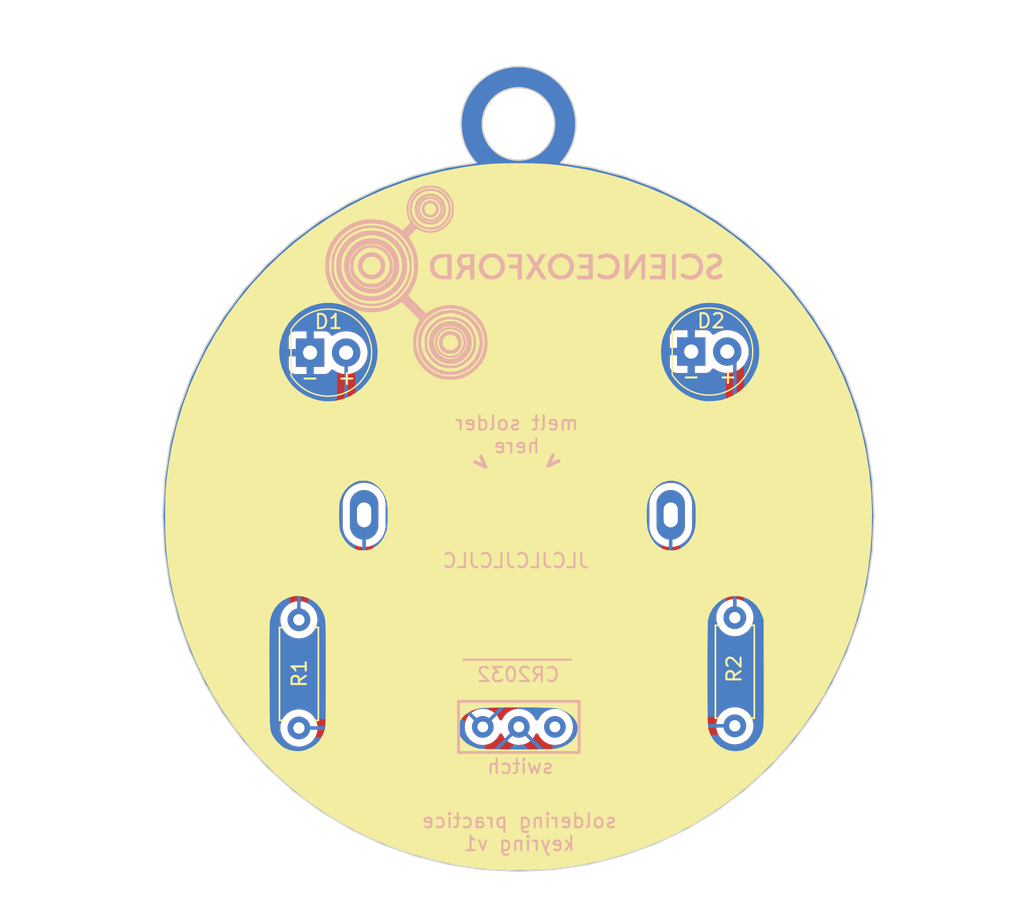
<source format=kicad_pcb>
(kicad_pcb (version 20240108) (generator "pcbnew") (generator_version "8.0")
  (title_block (title "Practice Keyring") (date "20/05/2022") (rev "v4") (company "Science Oxford") (comment 1 "Author: Sarah Townson"))
  (layers (0 "F.Cu" signal) (31 "B.Cu" signal) (34 "B.Paste" user) (35 "F.Paste" user) (36 "B.SilkS" user "B.Silkscreen") (37 "F.SilkS" user "F.Silkscreen") (38 "B.Mask" user) (39 "F.Mask" user) (44 "Edge.Cuts" user))
  (net 0 "")
  (net 1 "Net-(BAT1-Pad1)")
  (net 2 "GND")
  (net 3 "Net-(D1-Pad2)")
  (net 4 "Net-(D2-Pad2)")
  (net 5 "Net-(R1-Pad1)")
  (footprint "practice-keyring:LED_5mm_Radial-flipped" (layer "F.Cu") (at 249.682 98.1456)
    (property "Reference" "D2" (at -1.143 -2.159 0) (layer "F.SilkS"))
    (property "Value" "LED")
    (pad "1" thru_hole rect (at -2.54 0) (size 2 2) (drill 1) (layers "*.Cu" "*.Mask") (net 2 "GND"))
    (pad "2" thru_hole circle (at 0 0) (size 2 2) (drill 1) (layers "*.Cu" "*.Mask") (net 3 "Net-(D1-Pad2)"))
  )
  (footprint "practice-keyring:LED_5mm_Radial-flipped" (layer "F.Cu") (at 222.8342 98.2218)
    (property "Reference" "D1" (at -1.2446 -2.1844 0) (layer "F.SilkS"))
    (property "Value" "LED")
    (pad "1" thru_hole rect (at -2.54 0) (size 2 2) (drill 1) (layers "*.Cu" "*.Mask") (net 2 "GND"))
    (pad "2" thru_hole circle (at 0 0) (size 2 2) (drill 1) (layers "*.Cu" "*.Mask") (net 4 "Net-(D2-Pad2)"))
  )
  (footprint "Resistor_THT:R_Axial_DIN0207_L6.3mm_D2.5mm_P7.62mm_Horizontal" (layer "F.Cu") (at 250.2154 124.5108 90)
    (property "Reference" "R2" (at 4.0132 -0.0508 90) (layer "F.SilkS"))
    (property "Value" "R")
    (pad "1" thru_hole circle (at 0 0 90) (size 1.6 1.6) (drill 0.8) (layers "*.Cu" "*.Mask") (net 5 "Net-(R1-Pad1)"))
    (pad "2" thru_hole oval (at 7.62 0 90) (size 1.6 1.6) (drill 0.8) (layers "*.Cu" "*.Mask") (net 3 "Net-(D1-Pad2)"))
  )
  (footprint "Resistor_THT:R_Axial_DIN0207_L6.3mm_D2.5mm_P7.62mm_Horizontal" (layer "F.Cu") (at 219.5068 124.6632 90)
    (property "Reference" "R1" (at 3.8354 0.0254 90) (layer "F.SilkS"))
    (property "Value" "R")
    (pad "1" thru_hole circle (at 0 0 90) (size 1.6 1.6) (drill 0.8) (layers "*.Cu" "*.Mask") (net 5 "Net-(R1-Pad1)"))
    (pad "2" thru_hole oval (at 7.62 0 90) (size 1.6 1.6) (drill 0.8) (layers "*.Cu" "*.Mask") (net 4 "Net-(D2-Pad2)"))
  )
  (footprint "practice-keyring:silk-screen" (layer "F.Cu") (at 234.95 103.1494)
    (property "Reference" "Ref**" (hide yes))
    (property "Value" "Val**" (hide yes))
  )
  (footprint "LOGO" (layer "F.Cu") (at 234.9246 103.0732)
    (property "Reference" "G***" (hide yes))
    (property "Value" "LOGO" (hide yes))
  )
  (footprint "LOGO" (layer "F.Cu") (at 234.9246 103.0732)
    (property "Reference" "G***" (hide yes))
    (property "Value" "LOGO" (hide yes))
  )
  (footprint "LOGO" (layer "F.Cu") (at 234.9246 103.0732)
    (property "Reference" "G***" (hide yes))
    (property "Value" "LOGO" (hide yes))
  )
  (footprint "battery_holder_edited:battery_holder2" (layer "B.Cu") (at 234.8992 109.6518 180)
    (property "Reference" "CR2032" (at -0.0558 -11.2522 180) (layer "B.SilkS") (effects (justify mirror)))
    (property "Value" "battery_holder")
    (pad "1" thru_hole oval (at -10.8 0 180) (size 2 3.5) (drill oval 1 1.75) (layers "*.Cu" "*.Mask") (net 1 "Net-(BAT1-Pad1)"))
    (pad "2" thru_hole oval (at 10.8 0 180) (size 2 3.5) (drill oval 1 1.75) (layers "*.Cu" "*.Mask") (net 1 "Net-(BAT1-Pad1)"))
    (pad "3" smd circle (at 0 1.27 180) (size 5 5) (layers "B.Cu" "B.Paste" "B.Mask") (net 2 "GND"))
  )
  (footprint "microbit_antweight:slide_switch" (layer "B.Cu") (at 235.0008 124.587)
    (property "Reference" "switch" (at 0.1016 2.794 0) (layer "B.SilkS") (effects (justify mirror)))
    (property "Value" "EG1218")
    (pad "1" thru_hole circle (at -2.54 0) (size 1.524 1.524) (drill 0.762) (layers "*.Cu" "*.Mask") (net 1 "Net-(BAT1-Pad1)"))
    (pad "2" thru_hole circle (at 0 0) (size 1.524 1.524) (drill 0.762) (layers "*.Cu" "*.Mask") (net 5 "Net-(R1-Pad1)"))
    (pad "3" thru_hole circle (at 2.54 0) (size 1.524 1.524) (drill 0.762) (layers "*.Cu" "*.Mask"))
  )
  (footprint "microbit_antweight:so_logo" (layer "B.Cu") (at 235.3818 93.2688 180)
    (property "Reference" "G***" (hide yes))
    (property "Value" "LOGO" (hide yes))
  )
  (gr_line (start 211.048894 102.260362) (end 210.431894 104.661762) (stroke (width 0.1)) (layer "Edge.Cuts"))
  (gr_line (start 233.979594 79.762662) (end 234.213794 79.676962) (stroke (width 0.1)) (layer "Edge.Cuts"))
  (gr_line (start 236.587394 84.083162) (end 236.386094 84.232162) (stroke (width 0.1)) (layer "Edge.Cuts"))
  (gr_line (start 238.942294 82.904962) (end 239.001194 82.511762) (stroke (width 0.1)) (layer "Edge.Cuts"))
  (gr_line (start 229.923694 85.169462) (end 227.522794 85.786462) (stroke (width 0.1)) (layer "Edge.Cuts"))
  (gr_line (start 232.396394 78.986862) (end 232.109094 79.248362) (stroke (width 0.1)) (layer "Edge.Cuts"))
  (gr_line (start 234.558094 78.083562) (end 234.155994 78.144562) (stroke (width 0.1)) (layer "Edge.Cuts"))
  (gr_line (start 238.846094 83.288962) (end 238.942294 82.904962) (stroke (width 0.1)) (layer "Edge.Cuts"))
  (gr_line (start 231.411494 80.181662) (end 231.240894 80.535662) (stroke (width 0.1)) (layer "Edge.Cuts"))
  (gr_line (start 210.409094 114.618262) (end 211.006494 116.994362) (stroke (width 0.1)) (layer "Edge.Cuts"))
  (gr_line (start 231.240894 80.535662) (end 231.104994 80.907162) (stroke (width 0.1)) (layer "Edge.Cuts"))
  (gr_line (start 236.902094 78.551262) (end 236.548094 78.380762) (stroke (width 0.1)) (layer "Edge.Cuts"))
  (gr_line (start 234.971794 84.660462) (end 234.719894 84.647862) (stroke (width 0.1)) (layer "Edge.Cuts"))
  (gr_line (start 238.543794 84.018062) (end 238.712794 83.661062) (stroke (width 0.1)) (layer "Edge.Cuts"))
  (gr_line (start 231.999494 84.853162) (end 229.923694 85.169462) (stroke (width 0.1)) (layer "Edge.Cuts"))
  (gr_line (start 242.256794 133.674462) (end 244.558994 132.850762) (stroke (width 0.1)) (layer "Edge.Cuts"))
  (gr_line (start 231.231094 83.661062) (end 231.400094 84.018062) (stroke (width 0.1)) (layer "Edge.Cuts"))
  (gr_line (start 240.020194 85.169462) (end 237.944894 84.852662) (stroke (width 0.1)) (layer "Edge.Cuts"))
  (gr_line (start 232.496094 134.634662) (end 234.971394 134.758162) (stroke (width 0.1)) (layer "Edge.Cuts"))
  (gr_line (start 233.557594 84.232162) (end 233.356394 84.083162) (stroke (width 0.1)) (layer "Edge.Cuts"))
  (gr_line (start 238.702994 80.535662) (end 238.532494 80.181662) (stroke (width 0.1)) (layer "Edge.Cuts"))
  (gr_line (start 236.186994 79.870062) (end 236.397194 79.997762) (stroke (width 0.1)) (layer "Edge.Cuts"))
  (gr_line (start 232.730394 80.896362) (end 232.858094 80.686262) (stroke (width 0.1)) (layer "Edge.Cuts"))
  (gr_line (start 233.395794 78.380762) (end 233.041894 78.551262) (stroke (width 0.1)) (layer "Edge.Cuts"))
  (gr_line (start 231.400094 84.018062) (end 231.603194 84.357562) (stroke (width 0.1)) (layer "Edge.Cuts"))
  (gr_line (start 231.005294 81.295762) (end 230.943794 81.697262) (stroke (width 0.1)) (layer "Edge.Cuts"))
  (gr_line (start 237.406494 81.353362) (end 237.469294 81.597762) (stroke (width 0.1)) (layer "Edge.Cuts"))
  (gr_line (start 231.104994 80.907162) (end 231.005294 81.295762) (stroke (width 0.1)) (layer "Edge.Cuts"))
  (gr_line (start 234.472294 84.611062) (end 234.230394 84.550162) (stroke (width 0.1)) (layer "Edge.Cuts"))
  (gr_line (start 234.711294 79.575562) (end 234.971794 79.562362) (stroke (width 0.1)) (layer "Edge.Cuts"))
  (gr_line (start 237.213394 80.896362) (end 237.320794 81.119262) (stroke (width 0.1)) (layer "Edge.Cuts"))
  (gr_line (start 232.422694 82.111462) (end 232.435894 81.850762) (stroke (width 0.1)) (layer "Edge.Cuts"))
  (gr_line (start 210.052594 107.147962) (end 209.922794 109.710062) (stroke (width 0.1)) (layer "Edge.Cuts"))
  (gr_line (start 234.971994 78.062362) (end 234.558094 78.083562) (stroke (width 0.1)) (layer "Edge.Cuts"))
  (gr_line (start 233.771594 84.360062) (end 233.557594 84.232162) (stroke (width 0.1)) (layer "Edge.Cuts"))
  (gr_line (start 258.115294 119.295062) (end 258.938994 116.994362) (stroke (width 0.1)) (layer "Edge.Cuts"))
  (gr_line (start 237.944894 84.852662) (end 238.104094 84.676962) (stroke (width 0.1)) (layer "Edge.Cuts"))
  (gr_line (start 233.546594 79.997762) (end 233.756794 79.870062) (stroke (width 0.1)) (layer "Edge.Cuts"))
  (gr_line (start 237.834794 79.248362) (end 237.547494 78.986862) (stroke (width 0.1)) (layer "Edge.Cuts"))
  (gr_line (start 235.223794 84.647862) (end 234.971794 84.660462) (stroke (width 0.1)) (layer "Edge.Cuts"))
  (gr_line (start 237.520994 82.111462) (end 237.520994 82.111462) (stroke (width 0.1)) (layer "Edge.Cuts"))
  (gr_line (start 252.684594 91.996962) (end 250.905894 90.380462) (stroke (width 0.1)) (layer "Edge.Cuts"))
  (gr_line (start 232.109094 79.248362) (end 231.847594 79.535662) (stroke (width 0.1)) (layer "Edge.Cuts"))
  (gr_line (start 235.729894 79.676962) (end 235.964094 79.762662) (stroke (width 0.1)) (layer "Edge.Cuts"))
  (gr_line (start 212.946394 97.769162) (end 211.891194 99.959762) (stroke (width 0.1)) (layer "Edge.Cuts"))
  (gr_line (start 246.912294 87.684062) (end 244.722294 86.628762) (stroke (width 0.1)) (layer "Edge.Cuts"))
  (gr_line (start 232.472194 82.610962) (end 232.435194 82.363362) (stroke (width 0.1)) (layer "Edge.Cuts"))
  (gr_line (start 239.001194 82.511762) (end 239.020794 82.111262) (stroke (width 0.1)) (layer "Edge.Cuts"))
  (gr_line (start 244.558994 132.850762) (end 246.767094 131.806362) (stroke (width 0.1)) (layer "Edge.Cuts"))
  (gr_line (start 257.069794 121.504162) (end 258.115294 119.295062) (stroke (width 0.1)) (layer "Edge.Cuts"))
  (gr_line (start 232.537294 81.353362) (end 232.622994 81.119262) (stroke (width 0.1)) (layer "Edge.Cuts"))
  (gr_line (start 234.971394 134.758162) (end 237.447294 134.634662) (stroke (width 0.1)) (layer "Edge.Cuts"))
  (gr_line (start 230.943794 81.697262) (end 230.922594 82.111262) (stroke (width 0.1)) (layer "Edge.Cuts"))
  (gr_line (start 230.063194 134.272862) (end 232.496094 134.634662) (stroke (width 0.1)) (layer "Edge.Cuts"))
  (gr_line (start 242.420594 85.786462) (end 240.020194 85.169462) (stroke (width 0.1)) (layer "Edge.Cuts"))
  (gr_line (start 220.966594 88.939262) (end 219.038594 90.380462) (stroke (width 0.1)) (layer "Edge.Cuts"))
  (gr_line (start 236.774394 80.308962) (end 236.938994 80.489962) (stroke (width 0.1)) (layer "Edge.Cuts"))
  (gr_line (start 230.942794 82.511762) (end 231.001694 82.904962) (stroke (width 0.1)) (layer "Edge.Cuts"))
  (gr_line (start 210.045794 112.185362) (end 210.409094 114.618262) (stroke (width 0.1)) (layer "Edge.Cuts"))
  (gr_line (start 258.895594 102.260362) (end 258.053794 99.959762) (stroke (width 0.1)) (layer "Edge.Cuts"))
  (gr_line (start 236.774494 83.913762) (end 236.587394 84.083162) (stroke (width 0.1)) (layer "Edge.Cuts"))
  (gr_line (start 237.320794 81.119262) (end 237.406494 81.353362) (stroke (width 0.1)) (layer "Edge.Cuts"))
  (gr_line (start 237.447294 134.634662) (end 239.881694 134.272862) (stroke (width 0.1)) (layer "Edge.Cuts"))
  (gr_line (start 232.616794 83.086862) (end 232.532994 82.852762) (stroke (width 0.1)) (layer "Edge.Cuts"))
  (gr_line (start 239.881694 134.272862) (end 242.256794 133.674462) (stroke (width 0.1)) (layer "Edge.Cuts"))
  (gr_line (start 236.397194 79.997762) (end 236.593394 80.144462) (stroke (width 0.1)) (layer "Edge.Cuts"))
  (gr_line (start 237.520994 82.111462) (end 237.520994 82.111462) (stroke (width 0.1)) (layer "Edge.Cuts"))
  (gr_line (start 232.707994 78.754362) (end 232.396394 78.986862) (stroke (width 0.1)) (layer "Edge.Cuts"))
  (gr_line (start 259.535294 114.618262) (end 259.899094 112.185362) (stroke (width 0.1)) (layer "Edge.Cuts"))
  (gr_line (start 236.548094 78.380762) (end 236.175994 78.244762) (stroke (width 0.1)) (layer "Edge.Cuts"))
  (gr_line (start 233.356394 84.083162) (end 233.169394 83.913762) (stroke (width 0.1)) (layer "Edge.Cuts"))
  (gr_line (start 248.977794 88.939262) (end 246.912294 87.684062) (stroke (width 0.1)) (layer "Edge.Cuts"))
  (gr_line (start 258.053794 99.959762) (end 256.997994 97.769162) (stroke (width 0.1)) (layer "Edge.Cuts"))
  (gr_line (start 238.329394 79.847762) (end 238.096294 79.535662) (stroke (width 0.1)) (layer "Edge.Cuts"))
  (gr_line (start 234.155994 78.144562) (end 233.767894 78.244762) (stroke (width 0.1)) (layer "Edge.Cuts"))
  (gr_line (start 233.350394 80.144462) (end 233.546594 79.997762) (stroke (width 0.1)) (layer "Edge.Cuts"))
  (gr_line (start 235.485594 79.614162) (end 235.729894 79.676962) (stroke (width 0.1)) (layer "Edge.Cuts"))
  (gr_line (start 237.547494 78.986862) (end 237.235894 78.754362) (stroke (width 0.1)) (layer "Edge.Cuts"))
  (gr_line (start 225.386494 132.850762) (end 227.686094 133.674462) (stroke (width 0.1)) (layer "Edge.Cuts"))
  (gr_line (start 227.522794 85.786462) (end 225.221694 86.628762) (stroke (width 0.1)) (layer "Edge.Cuts"))
  (gr_line (start 237.471594 82.610962) (end 237.410894 82.852762) (stroke (width 0.1)) (layer "Edge.Cuts"))
  (gr_line (start 260.020594 109.710062) (end 259.891894 107.147962) (stroke (width 0.1)) (layer "Edge.Cuts"))
  (gr_line (start 231.097794 83.288962) (end 231.231094 83.661062) (stroke (width 0.1)) (layer "Edge.Cuts"))
  (gr_line (start 209.922794 109.710062) (end 210.045794 112.185362) (stroke (width 0.1)) (layer "Edge.Cuts"))
  (gr_line (start 237.092894 83.525662) (end 236.943794 83.726762) (stroke (width 0.1)) (layer "Edge.Cuts"))
  (gr_line (start 225.221694 86.628762) (end 223.032094 87.684062) (stroke (width 0.1)) (layer "Edge.Cuts"))
  (gr_line (start 237.410894 82.852762) (end 237.327094 83.086862) (stroke (width 0.1)) (layer "Edge.Cuts"))
  (gr_line (start 235.232494 79.575562) (end 235.485594 79.614162) (stroke (width 0.1)) (layer "Edge.Cuts"))
  (gr_line (start 219.038594 90.380462) (end 217.260394 91.996962) (stroke (width 0.1)) (layer "Edge.Cuts"))
  (gr_line (start 238.104094 84.676962) (end 238.340694 84.357562) (stroke (width 0.1)) (layer "Edge.Cuts"))
  (gr_line (start 219.097494 129.085662) (end 221.074594 130.549662) (stroke (width 0.1)) (layer "Edge.Cuts"))
  (gr_line (start 237.520994 82.111462) (end 237.508594 82.363362) (stroke (width 0.1)) (layer "Edge.Cuts"))
  (gr_line (start 232.532994 82.852762) (end 232.472194 82.610962) (stroke (width 0.1)) (layer "Edge.Cuts"))
  (gr_line (start 232.435894 81.850762) (end 232.474494 81.597762) (stroke (width 0.1)) (layer "Edge.Cuts"))
  (gr_line (start 234.971994 78.062362) (end 234.971994 78.062362) (stroke (width 0.1)) (layer "Edge.Cuts"))
  (gr_line (start 232.622994 81.119262) (end 232.730394 80.896362) (stroke (width 0.1)) (layer "Edge.Cuts"))
  (gr_line (start 235.713194 84.550162) (end 235.471494 84.611062) (stroke (width 0.1)) (layer "Edge.Cuts"))
  (gr_line (start 236.943794 83.726762) (end 236.774494 83.913762) (stroke (width 0.1)) (layer "Edge.Cuts"))
  (gr_line (start 234.213794 79.676962) (end 234.458094 79.614162) (stroke (width 0.1)) (layer "Edge.Cuts"))
  (gr_line (start 237.235894 78.754362) (end 236.902094 78.551262) (stroke (width 0.1)) (layer "Edge.Cuts"))
  (gr_line (start 235.787894 78.144562) (end 235.385894 78.083562) (stroke (width 0.1)) (layer "Edge.Cuts"))
  (gr_line (start 255.814094 123.606862) (end 257.069794 121.504162) (stroke (width 0.1)) (layer "Edge.Cuts"))
  (gr_line (start 236.172194 84.360062) (end 235.947494 84.466362) (stroke (width 0.1)) (layer "Edge.Cuts"))
  (gr_line (start 232.723094 83.311662) (end 232.616794 83.086862) (stroke (width 0.1)) (layer "Edge.Cuts"))
  (gr_line (start 250.846994 129.085662) (end 252.685094 127.420662) (stroke (width 0.1)) (layer "Edge.Cuts"))
  (gr_line (start 234.458094 79.614162) (end 234.711294 79.575562) (stroke (width 0.1)) (layer "Edge.Cuts"))
  (gr_line (start 210.431894 104.661762) (end 210.052594 107.147962) (stroke (width 0.1)) (layer "Edge.Cuts"))
  (gr_line (start 238.938594 81.295762) (end 238.838894 80.907162) (stroke (width 0.1)) (layer "Edge.Cuts"))
  (gr_line (start 252.685094 127.420662) (end 254.349094 125.582962) (stroke (width 0.1)) (layer "Edge.Cuts"))
  (gr_line (start 235.385894 78.083562) (end 234.971994 78.062362) (stroke (width 0.1)) (layer "Edge.Cuts"))
  (gr_line (start 233.756794 79.870062) (end 233.979594 79.762662) (stroke (width 0.1)) (layer "Edge.Cuts"))
  (gr_line (start 254.349094 125.582962) (end 255.814094 123.606862) (stroke (width 0.1)) (layer "Edge.Cuts"))
  (gr_line (start 244.722294 86.628762) (end 242.420594 85.786462) (stroke (width 0.1)) (layer "Edge.Cuts"))
  (gr_line (start 230.922594 82.111262) (end 230.942794 82.511762) (stroke (width 0.1)) (layer "Edge.Cuts"))
  (gr_line (start 236.938994 80.489962) (end 237.085694 80.686262) (stroke (width 0.1)) (layer "Edge.Cuts"))
  (gr_line (start 237.469294 81.597762) (end 237.507894 81.850762) (stroke (width 0.1)) (layer "Edge.Cuts"))
  (gr_line (start 231.614594 79.847762) (end 231.411494 80.181662) (stroke (width 0.1)) (layer "Edge.Cuts"))
  (gr_line (start 236.593394 80.144462) (end 236.774394 80.308962) (stroke (width 0.1)) (layer "Edge.Cuts"))
  (gr_line (start 231.001694 82.904962) (end 231.097794 83.288962) (stroke (width 0.1)) (layer "Edge.Cuts"))
  (gr_line (start 215.642894 93.775662) (end 214.201094 95.704762) (stroke (width 0.1)) (layer "Edge.Cuts"))
  (gr_line (start 238.340694 84.357562) (end 238.543794 84.018062) (stroke (width 0.1)) (layer "Edge.Cuts"))
  (gr_line (start 221.074594 130.549662) (end 223.177894 131.806362) (stroke (width 0.1)) (layer "Edge.Cuts"))
  (gr_line (start 254.302094 93.775662) (end 252.684594 91.996962) (stroke (width 0.1)) (layer "Edge.Cuts"))
  (gr_line (start 233.169394 80.308962) (end 233.350394 80.144462) (stroke (width 0.1)) (layer "Edge.Cuts"))
  (gr_line (start 233.767894 78.244762) (end 233.395794 78.380762) (stroke (width 0.1)) (layer "Edge.Cuts"))
  (gr_line (start 232.474494 81.597762) (end 232.537294 81.353362) (stroke (width 0.1)) (layer "Edge.Cuts"))
  (gr_line (start 238.096294 79.535662) (end 237.834794 79.248362) (stroke (width 0.1)) (layer "Edge.Cuts"))
  (gr_line (start 212.874594 121.504162) (end 214.131394 123.606862) (stroke (width 0.1)) (layer "Edge.Cuts"))
  (gr_line (start 211.891194 99.959762) (end 211.048894 102.260362) (stroke (width 0.1)) (layer "Edge.Cuts"))
  (gr_line (start 227.686094 133.674462) (end 230.063194 134.272862) (stroke (width 0.1)) (layer "Edge.Cuts"))
  (gr_line (start 250.905894 90.380462) (end 248.977794 88.939262) (stroke (width 0.1)) (layer "Edge.Cuts"))
  (gr_line (start 223.032094 87.684062) (end 220.966594 88.939262) (stroke (width 0.1)) (layer "Edge.Cuts"))
  (gr_line (start 236.386094 84.232162) (end 236.172194 84.360062) (stroke (width 0.1)) (layer "Edge.Cuts"))
  (gr_line (start 238.712794 83.661062) (end 238.846094 83.288962) (stroke (width 0.1)) (layer "Edge.Cuts"))
  (gr_line (start 259.512594 104.661762) (end 258.895594 102.260362) (stroke (width 0.1)) (layer "Edge.Cuts"))
  (gr_line (start 238.838894 80.907162) (end 238.702994 80.535662) (stroke (width 0.1)) (layer "Edge.Cuts"))
  (gr_line (start 237.327094 83.086862) (end 237.220694 83.311662) (stroke (width 0.1)) (layer "Edge.Cuts"))
  (gr_line (start 256.997994 97.769162) (end 255.743294 95.704762) (stroke (width 0.1)) (layer "Edge.Cuts"))
  (gr_line (start 211.830194 119.295062) (end 212.874594 121.504162) (stroke (width 0.1)) (layer "Edge.Cuts"))
  (gr_line (start 255.743294 95.704762) (end 254.302094 93.775662) (stroke (width 0.1)) (layer "Edge.Cuts"))
  (gr_line (start 235.947494 84.466362) (end 235.713194 84.550162) (stroke (width 0.1)) (layer "Edge.Cuts"))
  (gr_line (start 223.177894 131.806362) (end 225.386494 132.850762) (stroke (width 0.1)) (layer "Edge.Cuts"))
  (gr_line (start 237.507894 81.850762) (end 237.520994 82.111462) (stroke (width 0.1)) (layer "Edge.Cuts"))
  (gr_line (start 232.999994 83.726762) (end 232.850994 83.525662) (stroke (width 0.1)) (layer "Edge.Cuts"))
  (gr_line (start 237.085694 80.686262) (end 237.213394 80.896362) (stroke (width 0.1)) (layer "Edge.Cuts"))
  (gr_line (start 217.260394 91.996962) (end 215.642894 93.775662) (stroke (width 0.1)) (layer "Edge.Cuts"))
  (gr_line (start 236.175994 78.244762) (end 235.787894 78.144562) (stroke (width 0.1)) (layer "Edge.Cuts"))
  (gr_line (start 232.850994 83.525662) (end 232.723094 83.311662) (stroke (width 0.1)) (layer "Edge.Cuts"))
  (gr_line (start 211.006494 116.994362) (end 211.830194 119.295062) (stroke (width 0.1)) (layer "Edge.Cuts"))
  (gr_line (start 233.041894 78.551262) (end 232.707994 78.754362) (stroke (width 0.1)) (layer "Edge.Cuts"))
  (gr_line (start 214.201094 95.704762) (end 212.946394 97.769162) (stroke (width 0.1)) (layer "Edge.Cuts"))
  (gr_line (start 233.169394 83.913762) (end 232.999994 83.726762) (stroke (width 0.1)) (layer "Edge.Cuts"))
  (gr_line (start 234.230394 84.550162) (end 233.996394 84.466362) (stroke (width 0.1)) (layer "Edge.Cuts"))
  (gr_line (start 232.858094 80.686262) (end 233.004794 80.489962) (stroke (width 0.1)) (layer "Edge.Cuts"))
  (gr_line (start 214.131394 123.606862) (end 215.595394 125.582962) (stroke (width 0.1)) (layer "Edge.Cuts"))
  (gr_line (start 239.020794 82.111262) (end 239.000094 81.697262) (stroke (width 0.1)) (layer "Edge.Cuts"))
  (gr_line (start 237.508594 82.363362) (end 237.471594 82.610962) (stroke (width 0.1)) (layer "Edge.Cuts"))
  (gr_line (start 235.471494 84.611062) (end 235.223794 84.647862) (stroke (width 0.1)) (layer "Edge.Cuts"))
  (gr_line (start 215.595394 125.582962) (end 217.260394 127.420662) (stroke (width 0.1)) (layer "Edge.Cuts"))
  (gr_line (start 259.891894 107.147962) (end 259.512594 104.661762) (stroke (width 0.1)) (layer "Edge.Cuts"))
  (gr_line (start 237.220694 83.311662) (end 237.092894 83.525662) (stroke (width 0.1)) (layer "Edge.Cuts"))
  (gr_line (start 258.938994 116.994362) (end 259.535294 114.618262) (stroke (width 0.1)) (layer "Edge.Cuts"))
  (gr_line (start 238.532494 80.181662) (end 238.329394 79.847762) (stroke (width 0.1)) (layer "Edge.Cuts"))
  (gr_line (start 259.899094 112.185362) (end 260.020594 109.710062) (stroke (width 0.1)) (layer "Edge.Cuts"))
  (gr_line (start 233.996394 84.466362) (end 233.771594 84.360062) (stroke (width 0.1)) (layer "Edge.Cuts"))
  (gr_line (start 234.971794 79.562362) (end 235.232494 79.575562) (stroke (width 0.1)) (layer "Edge.Cuts"))
  (gr_line (start 246.767094 131.806362) (end 248.868794 130.549662) (stroke (width 0.1)) (layer "Edge.Cuts"))
  (gr_line (start 231.847594 79.535662) (end 231.614594 79.847762) (stroke (width 0.1)) (layer "Edge.Cuts"))
  (gr_line (start 231.603194 84.357562) (end 231.839894 84.676962) (stroke (width 0.1)) (layer "Edge.Cuts"))
  (gr_line (start 233.004794 80.489962) (end 233.169394 80.308962) (stroke (width 0.1)) (layer "Edge.Cuts"))
  (gr_line (start 248.868794 130.549662) (end 250.846994 129.085662) (stroke (width 0.1)) (layer "Edge.Cuts"))
  (gr_line (start 232.435194 82.363362) (end 232.422694 82.111462) (stroke (width 0.1)) (layer "Edge.Cuts"))
  (gr_line (start 239.000094 81.697262) (end 238.938594 81.295762) (stroke (width 0.1)) (layer "Edge.Cuts"))
  (gr_line (start 217.260394 127.420662) (end 219.097494 129.085662) (stroke (width 0.1)) (layer "Edge.Cuts"))
  (gr_line (start 231.839894 84.676962) (end 231.999494 84.853162) (stroke (width 0.1)) (layer "Edge.Cuts"))
  (gr_line (start 235.964094 79.762662) (end 236.186994 79.870062) (stroke (width 0.1)) (layer "Edge.Cuts"))
  (gr_line (start 234.719894 84.647862) (end 234.472294 84.611062) (stroke (width 0.1)) (layer "Edge.Cuts"))
  (gr_text "@isioviel" (at 254.8382 109.728 90) (layer "B.Cu") (effects (font (size 1 1)) (justify mirror)))
  (gr_text "scienceoxford.com" (at 214.9094 109.728 90) (layer "B.Cu") (effects (font (size 1 1)) (justify mirror)))
  (gr_text "soldering practice\nkeyring v1" (at 235.0262 132.0038 0) (layer "B.SilkS") (effects (font (size 1 1)) (justify mirror)))
  (gr_text "<" (at 232.4354 105.9434 315) (layer "B.SilkS") (effects (font (size 1 1) (thickness 0.25)) (justify mirror)))
  (gr_text "JLCJLCJLCJLC" (at 234.7722 112.8776 0) (layer "B.SilkS") (effects (font (size 1 1)) (justify mirror)))
  (gr_text ">" (at 237.2868 105.8672 45) (layer "B.SilkS") (effects (font (size 1 1) (thickness 0.25)) (justify mirror)))
  (gr_text "melt solder\nhere" (at 234.8484 103.9876 0) (layer "B.SilkS") (effects (font (size 1 1)) (justify mirror)))
  (gr_text "+" (at 222.885 99.9744 0) (layer "F.SilkS") (effects (font (size 1 1))))
  (gr_text "+" (at 249.7328 99.8982 0) (layer "F.SilkS") (effects (font (size 1 1))))
  (gr_text "-" (at 247.142 99.8982 0) (layer "F.SilkS") (effects (font (size 1 1))))
  (gr_text "-" (at 220.2942 99.9744 0) (layer "F.SilkS") (effects (font (size 1 1))))
  (segment (start 224.0992 111.6518) (end 224.1042 111.6568) (width 0.25) (layer "B.Cu") (net 1))
  (segment (start 245.6942 111.6568) (end 245.6942 116.0018) (width 0.25) (layer "B.Cu") (net 1))
  (segment (start 224.1042 116.2304) (end 232.4608 124.587) (width 0.25) (layer "B.Cu") (net 1))
  (segment (start 224.0992 109.6518) (end 224.0992 111.6518) (width 0.25) (layer "B.Cu") (net 1))
  (segment (start 245.6992 111.6518) (end 245.6942 111.6568) (width 0.25) (layer "B.Cu") (net 1))
  (segment (start 245.6992 109.6518) (end 245.6992 111.6518) (width 0.25) (layer "B.Cu") (net 1))
  (segment (start 245.6942 116.0018) (end 239.4204 122.2756) (width 0.25) (layer "B.Cu") (net 1))
  (segment (start 239.4204 122.2756) (end 234.7722 122.2756) (width 0.25) (layer "B.Cu") (net 1))
  (segment (start 224.1042 111.6568) (end 224.1042 116.2304) (width 0.25) (layer "B.Cu") (net 1))
  (segment (start 234.7722 122.2756) (end 232.4608 124.587) (width 0.25) (layer "B.Cu") (net 1))
  (segment (start 250.2154 116.8908) (end 250.2154 98.679) (width 0.25) (layer "B.Cu") (net 3))
  (segment (start 250.2154 98.679) (end 249.682 98.1456) (width 0.25) (layer "B.Cu") (net 3))
  (segment (start 219.5068 105.029) (end 222.8342 101.7016) (width 0.25) (layer "B.Cu") (net 4))
  (segment (start 222.8342 101.7016) (end 222.8342 98.2218) (width 0.25) (layer "B.Cu") (net 4))
  (segment (start 219.5068 117.0432) (end 219.5068 105.029) (width 0.25) (layer "B.Cu") (net 4))
  (segment (start 240.538 128.6002) (end 244.6274 124.5108) (width 0.25) (layer "B.Cu") (net 5))
  (segment (start 244.6274 124.5108) (end 250.2154 124.5108) (width 0.25) (layer "B.Cu") (net 5))
  (segment (start 229.3366 128.4986) (end 231.0892 128.4986) (width 0.25) (layer "B.Cu") (net 5))
  (segment (start 231.0892 128.4986) (end 235.0008 124.587) (width 0.25) (layer "B.Cu") (net 5))
  (segment (start 235.0008 124.587) (end 239.014 128.6002) (width 0.25) (layer "B.Cu") (net 5))
  (segment (start 225.5012 124.6632) (end 229.3366 128.4986) (width 0.25) (layer "B.Cu") (net 5))
  (segment (start 219.5068 124.6632) (end 225.5012 124.6632) (width 0.25) (layer "B.Cu") (net 5))
  (segment (start 239.014 128.6002) (end 240.538 128.6002) (width 0.25) (layer "B.Cu") (net 5))
  (zone (net 2) (net_name "GND") (layer "F.Cu") (connect_pads (clearance 0.508)) (min_thickness 0.254) (fill yes (thermal_gap 0.508) (thermal_bridge_width 0.508))
    (polygon (pts (xy 198.4502 75.4634) (xy 268.5796 74.549) (xy 269.2654 138.4046) (xy 202.0316 136.3218) (xy 201.2188 73.3806)))
  )
  (zone (net 2) (net_name "GND") (layer "B.Cu") (connect_pads (clearance 0.508)) (min_thickness 0.254) (fill yes (thermal_gap 0.508) (thermal_bridge_width 0.508))
    (polygon (pts (xy 199.8472 76.0476) (xy 270.5862 75.5142) (xy 270.5862 138.4046) (xy 201.9554 137.3378) (xy 201.4474 74.6252)))
  )
)
</source>
